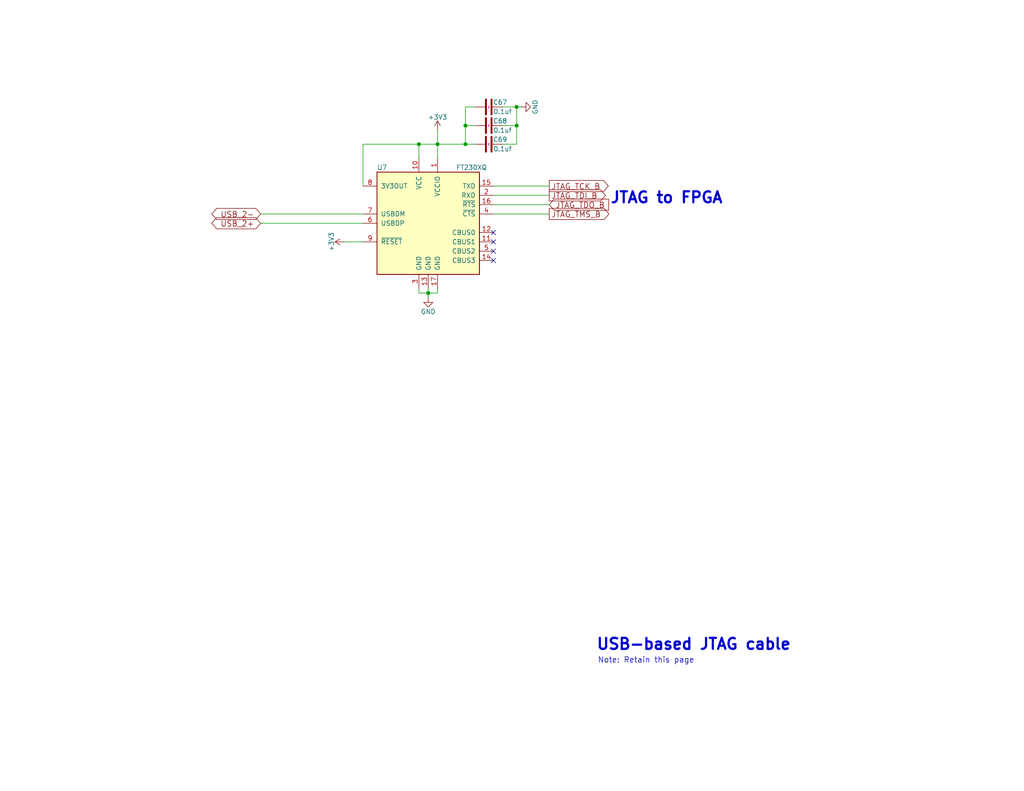
<source format=kicad_sch>
(kicad_sch
	(version 20250114)
	(generator "eeschema")
	(generator_version "9.0")
	(uuid "ae3da65b-d51e-4e4f-8285-da337f36b19f")
	(paper "A")
	(title_block
		(title "hFPGA")
		(date "2025-09-16")
		(rev "D")
		(company "Ethan Yang (github.com/ethanyangtaco115) & Stanely Wang")
		(comment 1 "A modification of the PicoEVB (github.com/RHSResearchLLC/PicoEVB)")
		(comment 2 "An expansion")
	)
	(lib_symbols
		(symbol "+3V3_1"
			(power)
			(pin_names
				(offset 0)
			)
			(exclude_from_sim no)
			(in_bom yes)
			(on_board yes)
			(property "Reference" "#PWR"
				(at 0 -3.81 0)
				(effects
					(font
						(size 1.27 1.27)
					)
					(hide yes)
				)
			)
			(property "Value" "+3V3"
				(at 0 3.556 0)
				(effects
					(font
						(size 1.27 1.27)
					)
				)
			)
			(property "Footprint" ""
				(at 0 0 0)
				(effects
					(font
						(size 1.27 1.27)
					)
					(hide yes)
				)
			)
			(property "Datasheet" ""
				(at 0 0 0)
				(effects
					(font
						(size 1.27 1.27)
					)
					(hide yes)
				)
			)
			(property "Description" ""
				(at 0 0 0)
				(effects
					(font
						(size 1.27 1.27)
					)
					(hide yes)
				)
			)
			(property "Field5" ""
				(at 0 0 0)
				(effects
					(font
						(size 1.27 1.27)
					)
					(hide yes)
				)
			)
			(symbol "+3V3_1_0_1"
				(polyline
					(pts
						(xy -0.762 1.27) (xy 0 2.54)
					)
					(stroke
						(width 0)
						(type solid)
					)
					(fill
						(type none)
					)
				)
				(polyline
					(pts
						(xy 0 2.54) (xy 0.762 1.27)
					)
					(stroke
						(width 0)
						(type solid)
					)
					(fill
						(type none)
					)
				)
				(polyline
					(pts
						(xy 0 0) (xy 0 2.54)
					)
					(stroke
						(width 0)
						(type solid)
					)
					(fill
						(type none)
					)
				)
			)
			(symbol "+3V3_1_1_1"
				(pin power_in line
					(at 0 0 90)
					(length 0)
					(hide yes)
					(name "+3V3"
						(effects
							(font
								(size 1.27 1.27)
							)
						)
					)
					(number "1"
						(effects
							(font
								(size 1.27 1.27)
							)
						)
					)
				)
			)
			(embedded_fonts no)
		)
		(symbol "+3V3_2"
			(power)
			(pin_names
				(offset 0)
			)
			(exclude_from_sim no)
			(in_bom yes)
			(on_board yes)
			(property "Reference" "#PWR"
				(at 0 -3.81 0)
				(effects
					(font
						(size 1.27 1.27)
					)
					(hide yes)
				)
			)
			(property "Value" "+3V3"
				(at 0 3.556 0)
				(effects
					(font
						(size 1.27 1.27)
					)
				)
			)
			(property "Footprint" ""
				(at 0 0 0)
				(effects
					(font
						(size 1.27 1.27)
					)
					(hide yes)
				)
			)
			(property "Datasheet" ""
				(at 0 0 0)
				(effects
					(font
						(size 1.27 1.27)
					)
					(hide yes)
				)
			)
			(property "Description" ""
				(at 0 0 0)
				(effects
					(font
						(size 1.27 1.27)
					)
					(hide yes)
				)
			)
			(property "Field5" ""
				(at 0 0 0)
				(effects
					(font
						(size 1.27 1.27)
					)
					(hide yes)
				)
			)
			(symbol "+3V3_2_0_1"
				(polyline
					(pts
						(xy -0.762 1.27) (xy 0 2.54)
					)
					(stroke
						(width 0)
						(type solid)
					)
					(fill
						(type none)
					)
				)
				(polyline
					(pts
						(xy 0 2.54) (xy 0.762 1.27)
					)
					(stroke
						(width 0)
						(type solid)
					)
					(fill
						(type none)
					)
				)
				(polyline
					(pts
						(xy 0 0) (xy 0 2.54)
					)
					(stroke
						(width 0)
						(type solid)
					)
					(fill
						(type none)
					)
				)
			)
			(symbol "+3V3_2_1_1"
				(pin power_in line
					(at 0 0 90)
					(length 0)
					(hide yes)
					(name "+3V3"
						(effects
							(font
								(size 1.27 1.27)
							)
						)
					)
					(number "1"
						(effects
							(font
								(size 1.27 1.27)
							)
						)
					)
				)
			)
			(embedded_fonts no)
		)
		(symbol "+3V3_3"
			(power)
			(pin_names
				(offset 0)
			)
			(exclude_from_sim no)
			(in_bom yes)
			(on_board yes)
			(property "Reference" "#PWR"
				(at 0 -3.81 0)
				(effects
					(font
						(size 1.27 1.27)
					)
					(hide yes)
				)
			)
			(property "Value" "+3V3"
				(at 0 3.556 0)
				(effects
					(font
						(size 1.27 1.27)
					)
				)
			)
			(property "Footprint" ""
				(at 0 0 0)
				(effects
					(font
						(size 1.27 1.27)
					)
					(hide yes)
				)
			)
			(property "Datasheet" ""
				(at 0 0 0)
				(effects
					(font
						(size 1.27 1.27)
					)
					(hide yes)
				)
			)
			(property "Description" ""
				(at 0 0 0)
				(effects
					(font
						(size 1.27 1.27)
					)
					(hide yes)
				)
			)
			(property "Field5" ""
				(at 0 0 0)
				(effects
					(font
						(size 1.27 1.27)
					)
					(hide yes)
				)
			)
			(symbol "+3V3_3_0_1"
				(polyline
					(pts
						(xy -0.762 1.27) (xy 0 2.54)
					)
					(stroke
						(width 0)
						(type solid)
					)
					(fill
						(type none)
					)
				)
				(polyline
					(pts
						(xy 0 2.54) (xy 0.762 1.27)
					)
					(stroke
						(width 0)
						(type solid)
					)
					(fill
						(type none)
					)
				)
				(polyline
					(pts
						(xy 0 0) (xy 0 2.54)
					)
					(stroke
						(width 0)
						(type solid)
					)
					(fill
						(type none)
					)
				)
			)
			(symbol "+3V3_3_1_1"
				(pin power_in line
					(at 0 0 90)
					(length 0)
					(hide yes)
					(name "+3V3"
						(effects
							(font
								(size 1.27 1.27)
							)
						)
					)
					(number "1"
						(effects
							(font
								(size 1.27 1.27)
							)
						)
					)
				)
			)
			(embedded_fonts no)
		)
		(symbol "+3V3_4"
			(power)
			(pin_names
				(offset 0)
			)
			(exclude_from_sim no)
			(in_bom yes)
			(on_board yes)
			(property "Reference" "#PWR"
				(at 0 -3.81 0)
				(effects
					(font
						(size 1.27 1.27)
					)
					(hide yes)
				)
			)
			(property "Value" "+3V3"
				(at 0 3.556 0)
				(effects
					(font
						(size 1.27 1.27)
					)
				)
			)
			(property "Footprint" ""
				(at 0 0 0)
				(effects
					(font
						(size 1.27 1.27)
					)
					(hide yes)
				)
			)
			(property "Datasheet" ""
				(at 0 0 0)
				(effects
					(font
						(size 1.27 1.27)
					)
					(hide yes)
				)
			)
			(property "Description" ""
				(at 0 0 0)
				(effects
					(font
						(size 1.27 1.27)
					)
					(hide yes)
				)
			)
			(property "Field5" ""
				(at 0 0 0)
				(effects
					(font
						(size 1.27 1.27)
					)
					(hide yes)
				)
			)
			(symbol "+3V3_4_0_1"
				(polyline
					(pts
						(xy -0.762 1.27) (xy 0 2.54)
					)
					(stroke
						(width 0)
						(type solid)
					)
					(fill
						(type none)
					)
				)
				(polyline
					(pts
						(xy 0 2.54) (xy 0.762 1.27)
					)
					(stroke
						(width 0)
						(type solid)
					)
					(fill
						(type none)
					)
				)
				(polyline
					(pts
						(xy 0 0) (xy 0 2.54)
					)
					(stroke
						(width 0)
						(type solid)
					)
					(fill
						(type none)
					)
				)
			)
			(symbol "+3V3_4_1_1"
				(pin power_in line
					(at 0 0 90)
					(length 0)
					(hide yes)
					(name "+3V3"
						(effects
							(font
								(size 1.27 1.27)
							)
						)
					)
					(number "1"
						(effects
							(font
								(size 1.27 1.27)
							)
						)
					)
				)
			)
			(embedded_fonts no)
		)
		(symbol "C_1"
			(pin_numbers
				(hide yes)
			)
			(pin_names
				(offset 0.254)
			)
			(exclude_from_sim no)
			(in_bom yes)
			(on_board yes)
			(property "Reference" "C"
				(at 0.635 2.54 0)
				(effects
					(font
						(size 1.27 1.27)
					)
					(justify left)
				)
			)
			(property "Value" "C"
				(at 0.635 -2.54 0)
				(effects
					(font
						(size 1.27 1.27)
					)
					(justify left)
				)
			)
			(property "Footprint" ""
				(at 0.9652 -3.81 0)
				(effects
					(font
						(size 1.27 1.27)
					)
					(hide yes)
				)
			)
			(property "Datasheet" ""
				(at 0 0 0)
				(effects
					(font
						(size 1.27 1.27)
					)
					(hide yes)
				)
			)
			(property "Description" ""
				(at 0 0 0)
				(effects
					(font
						(size 1.27 1.27)
					)
					(hide yes)
				)
			)
			(property "Field5" ""
				(at 0 0 0)
				(effects
					(font
						(size 1.27 1.27)
					)
					(hide yes)
				)
			)
			(property "ki_fp_filters" "C_*"
				(at 0 0 0)
				(effects
					(font
						(size 1.27 1.27)
					)
					(hide yes)
				)
			)
			(symbol "C_1_0_1"
				(polyline
					(pts
						(xy -2.032 0.762) (xy 2.032 0.762)
					)
					(stroke
						(width 0.508)
						(type solid)
					)
					(fill
						(type none)
					)
				)
				(polyline
					(pts
						(xy -2.032 -0.762) (xy 2.032 -0.762)
					)
					(stroke
						(width 0.508)
						(type solid)
					)
					(fill
						(type none)
					)
				)
			)
			(symbol "C_1_1_1"
				(pin passive line
					(at 0 3.81 270)
					(length 2.794)
					(name "~"
						(effects
							(font
								(size 1.27 1.27)
							)
						)
					)
					(number "1"
						(effects
							(font
								(size 1.27 1.27)
							)
						)
					)
				)
				(pin passive line
					(at 0 -3.81 90)
					(length 2.794)
					(name "~"
						(effects
							(font
								(size 1.27 1.27)
							)
						)
					)
					(number "2"
						(effects
							(font
								(size 1.27 1.27)
							)
						)
					)
				)
			)
			(embedded_fonts no)
		)
		(symbol "C_2"
			(pin_numbers
				(hide yes)
			)
			(pin_names
				(offset 0.254)
			)
			(exclude_from_sim no)
			(in_bom yes)
			(on_board yes)
			(property "Reference" "C"
				(at 0.635 2.54 0)
				(effects
					(font
						(size 1.27 1.27)
					)
					(justify left)
				)
			)
			(property "Value" "C"
				(at 0.635 -2.54 0)
				(effects
					(font
						(size 1.27 1.27)
					)
					(justify left)
				)
			)
			(property "Footprint" ""
				(at 0.9652 -3.81 0)
				(effects
					(font
						(size 1.27 1.27)
					)
					(hide yes)
				)
			)
			(property "Datasheet" ""
				(at 0 0 0)
				(effects
					(font
						(size 1.27 1.27)
					)
					(hide yes)
				)
			)
			(property "Description" ""
				(at 0 0 0)
				(effects
					(font
						(size 1.27 1.27)
					)
					(hide yes)
				)
			)
			(property "Field5" ""
				(at 0 0 0)
				(effects
					(font
						(size 1.27 1.27)
					)
					(hide yes)
				)
			)
			(property "ki_fp_filters" "C_*"
				(at 0 0 0)
				(effects
					(font
						(size 1.27 1.27)
					)
					(hide yes)
				)
			)
			(symbol "C_2_0_1"
				(polyline
					(pts
						(xy -2.032 0.762) (xy 2.032 0.762)
					)
					(stroke
						(width 0.508)
						(type solid)
					)
					(fill
						(type none)
					)
				)
				(polyline
					(pts
						(xy -2.032 -0.762) (xy 2.032 -0.762)
					)
					(stroke
						(width 0.508)
						(type solid)
					)
					(fill
						(type none)
					)
				)
			)
			(symbol "C_2_1_1"
				(pin passive line
					(at 0 3.81 270)
					(length 2.794)
					(name "~"
						(effects
							(font
								(size 1.27 1.27)
							)
						)
					)
					(number "1"
						(effects
							(font
								(size 1.27 1.27)
							)
						)
					)
				)
				(pin passive line
					(at 0 -3.81 90)
					(length 2.794)
					(name "~"
						(effects
							(font
								(size 1.27 1.27)
							)
						)
					)
					(number "2"
						(effects
							(font
								(size 1.27 1.27)
							)
						)
					)
				)
			)
			(embedded_fonts no)
		)
		(symbol "C_3"
			(pin_numbers
				(hide yes)
			)
			(pin_names
				(offset 0.254)
			)
			(exclude_from_sim no)
			(in_bom yes)
			(on_board yes)
			(property "Reference" "C"
				(at 0.635 2.54 0)
				(effects
					(font
						(size 1.27 1.27)
					)
					(justify left)
				)
			)
			(property "Value" "C"
				(at 0.635 -2.54 0)
				(effects
					(font
						(size 1.27 1.27)
					)
					(justify left)
				)
			)
			(property "Footprint" ""
				(at 0.9652 -3.81 0)
				(effects
					(font
						(size 1.27 1.27)
					)
					(hide yes)
				)
			)
			(property "Datasheet" ""
				(at 0 0 0)
				(effects
					(font
						(size 1.27 1.27)
					)
					(hide yes)
				)
			)
			(property "Description" ""
				(at 0 0 0)
				(effects
					(font
						(size 1.27 1.27)
					)
					(hide yes)
				)
			)
			(property "Field5" ""
				(at 0 0 0)
				(effects
					(font
						(size 1.27 1.27)
					)
					(hide yes)
				)
			)
			(property "ki_fp_filters" "C_*"
				(at 0 0 0)
				(effects
					(font
						(size 1.27 1.27)
					)
					(hide yes)
				)
			)
			(symbol "C_3_0_1"
				(polyline
					(pts
						(xy -2.032 0.762) (xy 2.032 0.762)
					)
					(stroke
						(width 0.508)
						(type solid)
					)
					(fill
						(type none)
					)
				)
				(polyline
					(pts
						(xy -2.032 -0.762) (xy 2.032 -0.762)
					)
					(stroke
						(width 0.508)
						(type solid)
					)
					(fill
						(type none)
					)
				)
			)
			(symbol "C_3_1_1"
				(pin passive line
					(at 0 3.81 270)
					(length 2.794)
					(name "~"
						(effects
							(font
								(size 1.27 1.27)
							)
						)
					)
					(number "1"
						(effects
							(font
								(size 1.27 1.27)
							)
						)
					)
				)
				(pin passive line
					(at 0 -3.81 90)
					(length 2.794)
					(name "~"
						(effects
							(font
								(size 1.27 1.27)
							)
						)
					)
					(number "2"
						(effects
							(font
								(size 1.27 1.27)
							)
						)
					)
				)
			)
			(embedded_fonts no)
		)
		(symbol "C_4"
			(pin_numbers
				(hide yes)
			)
			(pin_names
				(offset 0.254)
			)
			(exclude_from_sim no)
			(in_bom yes)
			(on_board yes)
			(property "Reference" "C"
				(at 0.635 2.54 0)
				(effects
					(font
						(size 1.27 1.27)
					)
					(justify left)
				)
			)
			(property "Value" "C"
				(at 0.635 -2.54 0)
				(effects
					(font
						(size 1.27 1.27)
					)
					(justify left)
				)
			)
			(property "Footprint" ""
				(at 0.9652 -3.81 0)
				(effects
					(font
						(size 1.27 1.27)
					)
					(hide yes)
				)
			)
			(property "Datasheet" ""
				(at 0 0 0)
				(effects
					(font
						(size 1.27 1.27)
					)
					(hide yes)
				)
			)
			(property "Description" ""
				(at 0 0 0)
				(effects
					(font
						(size 1.27 1.27)
					)
					(hide yes)
				)
			)
			(property "Field5" ""
				(at 0 0 0)
				(effects
					(font
						(size 1.27 1.27)
					)
					(hide yes)
				)
			)
			(property "ki_fp_filters" "C_*"
				(at 0 0 0)
				(effects
					(font
						(size 1.27 1.27)
					)
					(hide yes)
				)
			)
			(symbol "C_4_0_1"
				(polyline
					(pts
						(xy -2.032 0.762) (xy 2.032 0.762)
					)
					(stroke
						(width 0.508)
						(type solid)
					)
					(fill
						(type none)
					)
				)
				(polyline
					(pts
						(xy -2.032 -0.762) (xy 2.032 -0.762)
					)
					(stroke
						(width 0.508)
						(type solid)
					)
					(fill
						(type none)
					)
				)
			)
			(symbol "C_4_1_1"
				(pin passive line
					(at 0 3.81 270)
					(length 2.794)
					(name "~"
						(effects
							(font
								(size 1.27 1.27)
							)
						)
					)
					(number "1"
						(effects
							(font
								(size 1.27 1.27)
							)
						)
					)
				)
				(pin passive line
					(at 0 -3.81 90)
					(length 2.794)
					(name "~"
						(effects
							(font
								(size 1.27 1.27)
							)
						)
					)
					(number "2"
						(effects
							(font
								(size 1.27 1.27)
							)
						)
					)
				)
			)
			(embedded_fonts no)
		)
		(symbol "C_5"
			(pin_numbers
				(hide yes)
			)
			(pin_names
				(offset 0.254)
			)
			(exclude_from_sim no)
			(in_bom yes)
			(on_board yes)
			(property "Reference" "C"
				(at 0.635 2.54 0)
				(effects
					(font
						(size 1.27 1.27)
					)
					(justify left)
				)
			)
			(property "Value" "C"
				(at 0.635 -2.54 0)
				(effects
					(font
						(size 1.27 1.27)
					)
					(justify left)
				)
			)
			(property "Footprint" ""
				(at 0.9652 -3.81 0)
				(effects
					(font
						(size 1.27 1.27)
					)
					(hide yes)
				)
			)
			(property "Datasheet" ""
				(at 0 0 0)
				(effects
					(font
						(size 1.27 1.27)
					)
					(hide yes)
				)
			)
			(property "Description" ""
				(at 0 0 0)
				(effects
					(font
						(size 1.27 1.27)
					)
					(hide yes)
				)
			)
			(property "Field5" ""
				(at 0 0 0)
				(effects
					(font
						(size 1.27 1.27)
					)
					(hide yes)
				)
			)
			(property "ki_fp_filters" "C_*"
				(at 0 0 0)
				(effects
					(font
						(size 1.27 1.27)
					)
					(hide yes)
				)
			)
			(symbol "C_5_0_1"
				(polyline
					(pts
						(xy -2.032 0.762) (xy 2.032 0.762)
					)
					(stroke
						(width 0.508)
						(type solid)
					)
					(fill
						(type none)
					)
				)
				(polyline
					(pts
						(xy -2.032 -0.762) (xy 2.032 -0.762)
					)
					(stroke
						(width 0.508)
						(type solid)
					)
					(fill
						(type none)
					)
				)
			)
			(symbol "C_5_1_1"
				(pin passive line
					(at 0 3.81 270)
					(length 2.794)
					(name "~"
						(effects
							(font
								(size 1.27 1.27)
							)
						)
					)
					(number "1"
						(effects
							(font
								(size 1.27 1.27)
							)
						)
					)
				)
				(pin passive line
					(at 0 -3.81 90)
					(length 2.794)
					(name "~"
						(effects
							(font
								(size 1.27 1.27)
							)
						)
					)
					(number "2"
						(effects
							(font
								(size 1.27 1.27)
							)
						)
					)
				)
			)
			(embedded_fonts no)
		)
		(symbol "C_6"
			(pin_numbers
				(hide yes)
			)
			(pin_names
				(offset 0.254)
			)
			(exclude_from_sim no)
			(in_bom yes)
			(on_board yes)
			(property "Reference" "C"
				(at 0.635 2.54 0)
				(effects
					(font
						(size 1.27 1.27)
					)
					(justify left)
				)
			)
			(property "Value" "C"
				(at 0.635 -2.54 0)
				(effects
					(font
						(size 1.27 1.27)
					)
					(justify left)
				)
			)
			(property "Footprint" ""
				(at 0.9652 -3.81 0)
				(effects
					(font
						(size 1.27 1.27)
					)
					(hide yes)
				)
			)
			(property "Datasheet" ""
				(at 0 0 0)
				(effects
					(font
						(size 1.27 1.27)
					)
					(hide yes)
				)
			)
			(property "Description" ""
				(at 0 0 0)
				(effects
					(font
						(size 1.27 1.27)
					)
					(hide yes)
				)
			)
			(property "Field5" ""
				(at 0 0 0)
				(effects
					(font
						(size 1.27 1.27)
					)
					(hide yes)
				)
			)
			(property "ki_fp_filters" "C_*"
				(at 0 0 0)
				(effects
					(font
						(size 1.27 1.27)
					)
					(hide yes)
				)
			)
			(symbol "C_6_0_1"
				(polyline
					(pts
						(xy -2.032 0.762) (xy 2.032 0.762)
					)
					(stroke
						(width 0.508)
						(type solid)
					)
					(fill
						(type none)
					)
				)
				(polyline
					(pts
						(xy -2.032 -0.762) (xy 2.032 -0.762)
					)
					(stroke
						(width 0.508)
						(type solid)
					)
					(fill
						(type none)
					)
				)
			)
			(symbol "C_6_1_1"
				(pin passive line
					(at 0 3.81 270)
					(length 2.794)
					(name "~"
						(effects
							(font
								(size 1.27 1.27)
							)
						)
					)
					(number "1"
						(effects
							(font
								(size 1.27 1.27)
							)
						)
					)
				)
				(pin passive line
					(at 0 -3.81 90)
					(length 2.794)
					(name "~"
						(effects
							(font
								(size 1.27 1.27)
							)
						)
					)
					(number "2"
						(effects
							(font
								(size 1.27 1.27)
							)
						)
					)
				)
			)
			(embedded_fonts no)
		)
		(symbol "FT230XQ_1"
			(pin_names
				(offset 1.016)
			)
			(exclude_from_sim no)
			(in_bom yes)
			(on_board yes)
			(property "Reference" "U"
				(at -13.97 15.24 0)
				(effects
					(font
						(size 1.27 1.27)
					)
					(justify left)
				)
			)
			(property "Value" "FT230XQ"
				(at 7.62 15.24 0)
				(effects
					(font
						(size 1.27 1.27)
					)
					(justify left)
				)
			)
			(property "Footprint" "QFN-16"
				(at 0 0 0)
				(effects
					(font
						(size 1.27 1.27)
					)
					(hide yes)
				)
			)
			(property "Datasheet" ""
				(at 0 0 0)
				(effects
					(font
						(size 1.27 1.27)
					)
					(hide yes)
				)
			)
			(property "Description" ""
				(at 0 0 0)
				(effects
					(font
						(size 1.27 1.27)
					)
					(hide yes)
				)
			)
			(property "Field5" ""
				(at 0 0 0)
				(effects
					(font
						(size 1.27 1.27)
					)
					(hide yes)
				)
			)
			(property "ki_fp_filters" "QFN*"
				(at 0 0 0)
				(effects
					(font
						(size 1.27 1.27)
					)
					(hide yes)
				)
			)
			(symbol "FT230XQ_1_0_1"
				(rectangle
					(start -13.97 13.97)
					(end 13.97 -13.97)
					(stroke
						(width 0.254)
						(type solid)
					)
					(fill
						(type background)
					)
				)
			)
			(symbol "FT230XQ_1_1_1"
				(pin power_out line
					(at -17.78 10.16 0)
					(length 3.81)
					(name "3V3OUT"
						(effects
							(font
								(size 1.27 1.27)
							)
						)
					)
					(number "8"
						(effects
							(font
								(size 1.27 1.27)
							)
						)
					)
				)
				(pin bidirectional line
					(at -17.78 2.54 0)
					(length 3.81)
					(name "USBDM"
						(effects
							(font
								(size 1.27 1.27)
							)
						)
					)
					(number "7"
						(effects
							(font
								(size 1.27 1.27)
							)
						)
					)
				)
				(pin bidirectional line
					(at -17.78 0 0)
					(length 3.81)
					(name "USBDP"
						(effects
							(font
								(size 1.27 1.27)
							)
						)
					)
					(number "6"
						(effects
							(font
								(size 1.27 1.27)
							)
						)
					)
				)
				(pin input line
					(at -17.78 -5.08 0)
					(length 3.81)
					(name "~{RESET}"
						(effects
							(font
								(size 1.27 1.27)
							)
						)
					)
					(number "9"
						(effects
							(font
								(size 1.27 1.27)
							)
						)
					)
				)
				(pin power_in line
					(at -2.54 17.78 270)
					(length 3.81)
					(name "VCC"
						(effects
							(font
								(size 1.27 1.27)
							)
						)
					)
					(number "10"
						(effects
							(font
								(size 1.27 1.27)
							)
						)
					)
				)
				(pin power_in line
					(at -2.54 -17.78 90)
					(length 3.81)
					(name "GND"
						(effects
							(font
								(size 1.27 1.27)
							)
						)
					)
					(number "3"
						(effects
							(font
								(size 1.27 1.27)
							)
						)
					)
				)
				(pin power_in line
					(at 0 -17.78 90)
					(length 3.81)
					(name "GND"
						(effects
							(font
								(size 1.27 1.27)
							)
						)
					)
					(number "13"
						(effects
							(font
								(size 1.27 1.27)
							)
						)
					)
				)
				(pin power_in line
					(at 2.54 17.78 270)
					(length 3.81)
					(name "VCCIO"
						(effects
							(font
								(size 1.27 1.27)
							)
						)
					)
					(number "1"
						(effects
							(font
								(size 1.27 1.27)
							)
						)
					)
				)
				(pin power_in line
					(at 2.54 -17.78 90)
					(length 3.81)
					(name "GND"
						(effects
							(font
								(size 1.27 1.27)
							)
						)
					)
					(number "17"
						(effects
							(font
								(size 1.27 1.27)
							)
						)
					)
				)
				(pin output line
					(at 17.78 10.16 180)
					(length 3.81)
					(name "TXD"
						(effects
							(font
								(size 1.27 1.27)
							)
						)
					)
					(number "15"
						(effects
							(font
								(size 1.27 1.27)
							)
						)
					)
				)
				(pin input line
					(at 17.78 7.62 180)
					(length 3.81)
					(name "RXD"
						(effects
							(font
								(size 1.27 1.27)
							)
						)
					)
					(number "2"
						(effects
							(font
								(size 1.27 1.27)
							)
						)
					)
				)
				(pin input line
					(at 17.78 5.08 180)
					(length 3.81)
					(name "~{RTS}"
						(effects
							(font
								(size 1.27 1.27)
							)
						)
					)
					(number "16"
						(effects
							(font
								(size 1.27 1.27)
							)
						)
					)
				)
				(pin input line
					(at 17.78 2.54 180)
					(length 3.81)
					(name "~{CTS}"
						(effects
							(font
								(size 1.27 1.27)
							)
						)
					)
					(number "4"
						(effects
							(font
								(size 1.27 1.27)
							)
						)
					)
				)
				(pin bidirectional line
					(at 17.78 -2.54 180)
					(length 3.81)
					(name "CBUS0"
						(effects
							(font
								(size 1.27 1.27)
							)
						)
					)
					(number "12"
						(effects
							(font
								(size 1.27 1.27)
							)
						)
					)
				)
				(pin bidirectional line
					(at 17.78 -5.08 180)
					(length 3.81)
					(name "CBUS1"
						(effects
							(font
								(size 1.27 1.27)
							)
						)
					)
					(number "11"
						(effects
							(font
								(size 1.27 1.27)
							)
						)
					)
				)
				(pin bidirectional line
					(at 17.78 -7.62 180)
					(length 3.81)
					(name "CBUS2"
						(effects
							(font
								(size 1.27 1.27)
							)
						)
					)
					(number "5"
						(effects
							(font
								(size 1.27 1.27)
							)
						)
					)
				)
				(pin bidirectional line
					(at 17.78 -10.16 180)
					(length 3.81)
					(name "CBUS3"
						(effects
							(font
								(size 1.27 1.27)
							)
						)
					)
					(number "14"
						(effects
							(font
								(size 1.27 1.27)
							)
						)
					)
				)
			)
			(embedded_fonts no)
		)
		(symbol "FT230XQ_2"
			(pin_names
				(offset 1.016)
			)
			(exclude_from_sim no)
			(in_bom yes)
			(on_board yes)
			(property "Reference" "U"
				(at -13.97 15.24 0)
				(effects
					(font
						(size 1.27 1.27)
					)
					(justify left)
				)
			)
			(property "Value" "FT230XQ"
				(at 7.62 15.24 0)
				(effects
					(font
						(size 1.27 1.27)
					)
					(justify left)
				)
			)
			(property "Footprint" "QFN-16"
				(at 0 0 0)
				(effects
					(font
						(size 1.27 1.27)
					)
					(hide yes)
				)
			)
			(property "Datasheet" ""
				(at 0 0 0)
				(effects
					(font
						(size 1.27 1.27)
					)
					(hide yes)
				)
			)
			(property "Description" ""
				(at 0 0 0)
				(effects
					(font
						(size 1.27 1.27)
					)
					(hide yes)
				)
			)
			(property "Field5" ""
				(at 0 0 0)
				(effects
					(font
						(size 1.27 1.27)
					)
					(hide yes)
				)
			)
			(property "ki_fp_filters" "QFN*"
				(at 0 0 0)
				(effects
					(font
						(size 1.27 1.27)
					)
					(hide yes)
				)
			)
			(symbol "FT230XQ_2_0_1"
				(rectangle
					(start -13.97 13.97)
					(end 13.97 -13.97)
					(stroke
						(width 0.254)
						(type solid)
					)
					(fill
						(type background)
					)
				)
			)
			(symbol "FT230XQ_2_1_1"
				(pin power_out line
					(at -17.78 10.16 0)
					(length 3.81)
					(name "3V3OUT"
						(effects
							(font
								(size 1.27 1.27)
							)
						)
					)
					(number "8"
						(effects
							(font
								(size 1.27 1.27)
							)
						)
					)
				)
				(pin bidirectional line
					(at -17.78 2.54 0)
					(length 3.81)
					(name "USBDM"
						(effects
							(font
								(size 1.27 1.27)
							)
						)
					)
					(number "7"
						(effects
							(font
								(size 1.27 1.27)
							)
						)
					)
				)
				(pin bidirectional line
					(at -17.78 0 0)
					(length 3.81)
					(name "USBDP"
						(effects
							(font
								(size 1.27 1.27)
							)
						)
					)
					(number "6"
						(effects
							(font
								(size 1.27 1.27)
							)
						)
					)
				)
				(pin input line
					(at -17.78 -5.08 0)
					(length 3.81)
					(name "~{RESET}"
						(effects
							(font
								(size 1.27 1.27)
							)
						)
					)
					(number "9"
						(effects
							(font
								(size 1.27 1.27)
							)
						)
					)
				)
				(pin power_in line
					(at -2.54 17.78 270)
					(length 3.81)
					(name "VCC"
						(effects
							(font
								(size 1.27 1.27)
							)
						)
					)
					(number "10"
						(effects
							(font
								(size 1.27 1.27)
							)
						)
					)
				)
				(pin power_in line
					(at -2.54 -17.78 90)
					(length 3.81)
					(name "GND"
						(effects
							(font
								(size 1.27 1.27)
							)
						)
					)
					(number "3"
						(effects
							(font
								(size 1.27 1.27)
							)
						)
					)
				)
				(pin power_in line
					(at 0 -17.78 90)
					(length 3.81)
					(name "GND"
						(effects
							(font
								(size 1.27 1.27)
							)
						)
					)
					(number "13"
						(effects
							(font
								(size 1.27 1.27)
							)
						)
					)
				)
				(pin power_in line
					(at 2.54 17.78 270)
					(length 3.81)
					(name "VCCIO"
						(effects
							(font
								(size 1.27 1.27)
							)
						)
					)
					(number "1"
						(effects
							(font
								(size 1.27 1.27)
							)
						)
					)
				)
				(pin power_in line
					(at 2.54 -17.78 90)
					(length 3.81)
					(name "GND"
						(effects
							(font
								(size 1.27 1.27)
							)
						)
					)
					(number "17"
						(effects
							(font
								(size 1.27 1.27)
							)
						)
					)
				)
				(pin output line
					(at 17.78 10.16 180)
					(length 3.81)
					(name "TXD"
						(effects
							(font
								(size 1.27 1.27)
							)
						)
					)
					(number "15"
						(effects
							(font
								(size 1.27 1.27)
							)
						)
					)
				)
				(pin input line
					(at 17.78 7.62 180)
					(length 3.81)
					(name "RXD"
						(effects
							(font
								(size 1.27 1.27)
							)
						)
					)
					(number "2"
						(effects
							(font
								(size 1.27 1.27)
							)
						)
					)
				)
				(pin input line
					(at 17.78 5.08 180)
					(length 3.81)
					(name "~{RTS}"
						(effects
							(font
								(size 1.27 1.27)
							)
						)
					)
					(number "16"
						(effects
							(font
								(size 1.27 1.27)
							)
						)
					)
				)
				(pin input line
					(at 17.78 2.54 180)
					(length 3.81)
					(name "~{CTS}"
						(effects
							(font
								(size 1.27 1.27)
							)
						)
					)
					(number "4"
						(effects
							(font
								(size 1.27 1.27)
							)
						)
					)
				)
				(pin bidirectional line
					(at 17.78 -2.54 180)
					(length 3.81)
					(name "CBUS0"
						(effects
							(font
								(size 1.27 1.27)
							)
						)
					)
					(number "12"
						(effects
							(font
								(size 1.27 1.27)
							)
						)
					)
				)
				(pin bidirectional line
					(at 17.78 -5.08 180)
					(length 3.81)
					(name "CBUS1"
						(effects
							(font
								(size 1.27 1.27)
							)
						)
					)
					(number "11"
						(effects
							(font
								(size 1.27 1.27)
							)
						)
					)
				)
				(pin bidirectional line
					(at 17.78 -7.62 180)
					(length 3.81)
					(name "CBUS2"
						(effects
							(font
								(size 1.27 1.27)
							)
						)
					)
					(number "5"
						(effects
							(font
								(size 1.27 1.27)
							)
						)
					)
				)
				(pin bidirectional line
					(at 17.78 -10.16 180)
					(length 3.81)
					(name "CBUS3"
						(effects
							(font
								(size 1.27 1.27)
							)
						)
					)
					(number "14"
						(effects
							(font
								(size 1.27 1.27)
							)
						)
					)
				)
			)
			(embedded_fonts no)
		)
		(symbol "GND_1"
			(power)
			(pin_names
				(offset 0)
			)
			(exclude_from_sim no)
			(in_bom yes)
			(on_board yes)
			(property "Reference" "#PWR"
				(at 0 -6.35 0)
				(effects
					(font
						(size 1.27 1.27)
					)
					(hide yes)
				)
			)
			(property "Value" "GND"
				(at 0 -3.81 0)
				(effects
					(font
						(size 1.27 1.27)
					)
				)
			)
			(property "Footprint" ""
				(at 0 0 0)
				(effects
					(font
						(size 1.27 1.27)
					)
					(hide yes)
				)
			)
			(property "Datasheet" ""
				(at 0 0 0)
				(effects
					(font
						(size 1.27 1.27)
					)
					(hide yes)
				)
			)
			(property "Description" ""
				(at 0 0 0)
				(effects
					(font
						(size 1.27 1.27)
					)
					(hide yes)
				)
			)
			(property "Field5" ""
				(at 0 0 0)
				(effects
					(font
						(size 1.27 1.27)
					)
					(hide yes)
				)
			)
			(symbol "GND_1_0_1"
				(polyline
					(pts
						(xy 0 0) (xy 0 -1.27) (xy 1.27 -1.27) (xy 0 -2.54) (xy -1.27 -1.27) (xy 0 -1.27)
					)
					(stroke
						(width 0)
						(type solid)
					)
					(fill
						(type none)
					)
				)
			)
			(symbol "GND_1_1_1"
				(pin power_in line
					(at 0 0 270)
					(length 0)
					(hide yes)
					(name "GND"
						(effects
							(font
								(size 1.27 1.27)
							)
						)
					)
					(number "1"
						(effects
							(font
								(size 1.27 1.27)
							)
						)
					)
				)
			)
			(embedded_fonts no)
		)
		(symbol "GND_2"
			(power)
			(pin_names
				(offset 0)
			)
			(exclude_from_sim no)
			(in_bom yes)
			(on_board yes)
			(property "Reference" "#PWR"
				(at 0 -6.35 0)
				(effects
					(font
						(size 1.27 1.27)
					)
					(hide yes)
				)
			)
			(property "Value" "GND"
				(at 0 -3.81 0)
				(effects
					(font
						(size 1.27 1.27)
					)
				)
			)
			(property "Footprint" ""
				(at 0 0 0)
				(effects
					(font
						(size 1.27 1.27)
					)
					(hide yes)
				)
			)
			(property "Datasheet" ""
				(at 0 0 0)
				(effects
					(font
						(size 1.27 1.27)
					)
					(hide yes)
				)
			)
			(property "Description" ""
				(at 0 0 0)
				(effects
					(font
						(size 1.27 1.27)
					)
					(hide yes)
				)
			)
			(property "Field5" ""
				(at 0 0 0)
				(effects
					(font
						(size 1.27 1.27)
					)
					(hide yes)
				)
			)
			(symbol "GND_2_0_1"
				(polyline
					(pts
						(xy 0 0) (xy 0 -1.27) (xy 1.27 -1.27) (xy 0 -2.54) (xy -1.27 -1.27) (xy 0 -1.27)
					)
					(stroke
						(width 0)
						(type solid)
					)
					(fill
						(type none)
					)
				)
			)
			(symbol "GND_2_1_1"
				(pin power_in line
					(at 0 0 270)
					(length 0)
					(hide yes)
					(name "GND"
						(effects
							(font
								(size 1.27 1.27)
							)
						)
					)
					(number "1"
						(effects
							(font
								(size 1.27 1.27)
							)
						)
					)
				)
			)
			(embedded_fonts no)
		)
		(symbol "GND_3"
			(power)
			(pin_names
				(offset 0)
			)
			(exclude_from_sim no)
			(in_bom yes)
			(on_board yes)
			(property "Reference" "#PWR"
				(at 0 -6.35 0)
				(effects
					(font
						(size 1.27 1.27)
					)
					(hide yes)
				)
			)
			(property "Value" "GND"
				(at 0 -3.81 0)
				(effects
					(font
						(size 1.27 1.27)
					)
				)
			)
			(property "Footprint" ""
				(at 0 0 0)
				(effects
					(font
						(size 1.27 1.27)
					)
					(hide yes)
				)
			)
			(property "Datasheet" ""
				(at 0 0 0)
				(effects
					(font
						(size 1.27 1.27)
					)
					(hide yes)
				)
			)
			(property "Description" ""
				(at 0 0 0)
				(effects
					(font
						(size 1.27 1.27)
					)
					(hide yes)
				)
			)
			(property "Field5" ""
				(at 0 0 0)
				(effects
					(font
						(size 1.27 1.27)
					)
					(hide yes)
				)
			)
			(symbol "GND_3_0_1"
				(polyline
					(pts
						(xy 0 0) (xy 0 -1.27) (xy 1.27 -1.27) (xy 0 -2.54) (xy -1.27 -1.27) (xy 0 -1.27)
					)
					(stroke
						(width 0)
						(type solid)
					)
					(fill
						(type none)
					)
				)
			)
			(symbol "GND_3_1_1"
				(pin power_in line
					(at 0 0 270)
					(length 0)
					(hide yes)
					(name "GND"
						(effects
							(font
								(size 1.27 1.27)
							)
						)
					)
					(number "1"
						(effects
							(font
								(size 1.27 1.27)
							)
						)
					)
				)
			)
			(embedded_fonts no)
		)
		(symbol "GND_4"
			(power)
			(pin_names
				(offset 0)
			)
			(exclude_from_sim no)
			(in_bom yes)
			(on_board yes)
			(property "Reference" "#PWR"
				(at 0 -6.35 0)
				(effects
					(font
						(size 1.27 1.27)
					)
					(hide yes)
				)
			)
			(property "Value" "GND"
				(at 0 -3.81 0)
				(effects
					(font
						(size 1.27 1.27)
					)
				)
			)
			(property "Footprint" ""
				(at 0 0 0)
				(effects
					(font
						(size 1.27 1.27)
					)
					(hide yes)
				)
			)
			(property "Datasheet" ""
				(at 0 0 0)
				(effects
					(font
						(size 1.27 1.27)
					)
					(hide yes)
				)
			)
			(property "Description" ""
				(at 0 0 0)
				(effects
					(font
						(size 1.27 1.27)
					)
					(hide yes)
				)
			)
			(property "Field5" ""
				(at 0 0 0)
				(effects
					(font
						(size 1.27 1.27)
					)
					(hide yes)
				)
			)
			(symbol "GND_4_0_1"
				(polyline
					(pts
						(xy 0 0) (xy 0 -1.27) (xy 1.27 -1.27) (xy 0 -2.54) (xy -1.27 -1.27) (xy 0 -1.27)
					)
					(stroke
						(width 0)
						(type solid)
					)
					(fill
						(type none)
					)
				)
			)
			(symbol "GND_4_1_1"
				(pin power_in line
					(at 0 0 270)
					(length 0)
					(hide yes)
					(name "GND"
						(effects
							(font
								(size 1.27 1.27)
							)
						)
					)
					(number "1"
						(effects
							(font
								(size 1.27 1.27)
							)
						)
					)
				)
			)
			(embedded_fonts no)
		)
	)
	(text "USB-based JTAG cable "
		(exclude_from_sim no)
		(at 162.56 177.8 0)
		(effects
			(font
				(size 2.9972 2.9972)
				(thickness 0.5994)
				(bold yes)
			)
			(justify left bottom)
		)
		(uuid "1c249120-af5c-458d-bbe9-068b1745b2d4")
	)
	(text "JTAG to FPGA"
		(exclude_from_sim no)
		(at 166.37 55.88 0)
		(effects
			(font
				(size 2.9972 2.9972)
				(thickness 0.5994)
				(bold yes)
			)
			(justify left bottom)
		)
		(uuid "77a694fe-8e7b-4f43-befe-98b342338ee7")
	)
	(text "Note: Retain this page"
		(exclude_from_sim no)
		(at 176.276 180.34 0)
		(effects
			(font
				(size 1.524 1.524)
			)
		)
		(uuid "a45b8753-920d-4340-9056-65ff05dd9e16")
	)
	(junction
		(at 127 34.29)
		(diameter 0)
		(color 0 0 0 0)
		(uuid "15d06585-26ba-4485-8111-245a8db77b12")
	)
	(junction
		(at 116.84 80.01)
		(diameter 0)
		(color 0 0 0 0)
		(uuid "1d3e9dfe-f67c-4ef7-9adf-263e5a6ee712")
	)
	(junction
		(at 140.97 34.29)
		(diameter 0)
		(color 0 0 0 0)
		(uuid "590ed1ff-077c-4666-a547-549d61579046")
	)
	(junction
		(at 127 39.37)
		(diameter 0)
		(color 0 0 0 0)
		(uuid "5ce20c03-ee0f-4a8e-b450-555b99ff600f")
	)
	(junction
		(at 119.38 39.37)
		(diameter 0)
		(color 0 0 0 0)
		(uuid "5e22a602-5193-4482-91ef-f226d7afa490")
	)
	(junction
		(at 114.3 39.37)
		(diameter 0)
		(color 0 0 0 0)
		(uuid "6a093f3b-50d4-45ad-9552-8c2b028fbdb7")
	)
	(junction
		(at 140.97 29.21)
		(diameter 0)
		(color 0 0 0 0)
		(uuid "cfbb3ccd-2f61-481f-ba83-4fe7e658d956")
	)
	(no_connect
		(at 134.62 66.04)
		(uuid "0cef0b6f-7540-4784-bc35-1ae3be36dadb")
	)
	(no_connect
		(at 134.62 71.12)
		(uuid "16e1a405-490b-411c-8407-b97447ed5894")
	)
	(no_connect
		(at 134.62 68.58)
		(uuid "50cfed04-f871-43ee-840f-faced94c58f8")
	)
	(no_connect
		(at 134.62 63.5)
		(uuid "ad537a25-1a99-495c-af7a-11c74bf03ebf")
	)
	(wire
		(pts
			(xy 129.54 34.29) (xy 127 34.29)
		)
		(stroke
			(width 0)
			(type default)
		)
		(uuid "0458b010-8fa0-492e-8c53-73e74e43d0e7")
	)
	(wire
		(pts
			(xy 114.3 80.01) (xy 116.84 80.01)
		)
		(stroke
			(width 0)
			(type default)
		)
		(uuid "3210a82f-d296-4c6e-984e-212e02a33fbe")
	)
	(wire
		(pts
			(xy 119.38 39.37) (xy 127 39.37)
		)
		(stroke
			(width 0)
			(type default)
		)
		(uuid "32340748-388f-461e-b39e-d640c06da75b")
	)
	(wire
		(pts
			(xy 114.3 39.37) (xy 119.38 39.37)
		)
		(stroke
			(width 0)
			(type default)
		)
		(uuid "3c46dcd3-0ca0-4967-b5b7-794c534e22d3")
	)
	(wire
		(pts
			(xy 137.16 34.29) (xy 140.97 34.29)
		)
		(stroke
			(width 0)
			(type default)
		)
		(uuid "44077a80-a755-4585-9dce-3df46adaa3df")
	)
	(wire
		(pts
			(xy 127 29.21) (xy 127 34.29)
		)
		(stroke
			(width 0)
			(type default)
		)
		(uuid "494d9500-0513-44aa-8bc5-ac9d60f4836e")
	)
	(wire
		(pts
			(xy 134.62 53.34) (xy 149.86 53.34)
		)
		(stroke
			(width 0)
			(type default)
		)
		(uuid "52a50a44-18da-4da4-85b8-2153f629cad2")
	)
	(wire
		(pts
			(xy 137.16 29.21) (xy 140.97 29.21)
		)
		(stroke
			(width 0)
			(type default)
		)
		(uuid "569842d1-09ae-431b-9cf6-e94d1a7bb795")
	)
	(wire
		(pts
			(xy 116.84 80.01) (xy 116.84 81.28)
		)
		(stroke
			(width 0)
			(type default)
		)
		(uuid "56efa828-7402-46dc-9c80-b5f322125433")
	)
	(wire
		(pts
			(xy 99.06 39.37) (xy 114.3 39.37)
		)
		(stroke
			(width 0)
			(type default)
		)
		(uuid "62af422b-568b-4cc3-8780-cb86f74d9a11")
	)
	(wire
		(pts
			(xy 140.97 39.37) (xy 137.16 39.37)
		)
		(stroke
			(width 0)
			(type default)
		)
		(uuid "6d132aa8-b6c0-463b-bb88-d5af81f0b280")
	)
	(wire
		(pts
			(xy 119.38 80.01) (xy 119.38 78.74)
		)
		(stroke
			(width 0)
			(type default)
		)
		(uuid "6f9750cf-0ec1-4c10-87f2-2c8bd9241153")
	)
	(wire
		(pts
			(xy 134.62 58.42) (xy 149.86 58.42)
		)
		(stroke
			(width 0)
			(type default)
		)
		(uuid "82f81a55-aec9-4974-9638-4b3977711c8a")
	)
	(wire
		(pts
			(xy 114.3 43.18) (xy 114.3 39.37)
		)
		(stroke
			(width 0)
			(type default)
		)
		(uuid "8abc6ecb-2719-471f-84f4-0e5d4447d88f")
	)
	(wire
		(pts
			(xy 127 34.29) (xy 127 39.37)
		)
		(stroke
			(width 0)
			(type default)
		)
		(uuid "93b3ce17-6ca8-457b-bf5a-34d8ef2ea483")
	)
	(wire
		(pts
			(xy 134.62 55.88) (xy 149.86 55.88)
		)
		(stroke
			(width 0)
			(type default)
		)
		(uuid "962b9035-9bd4-4254-8d77-3c7284eff817")
	)
	(wire
		(pts
			(xy 119.38 35.56) (xy 119.38 39.37)
		)
		(stroke
			(width 0)
			(type default)
		)
		(uuid "978589d9-3cd7-4ff9-b7b0-1d623350ad26")
	)
	(wire
		(pts
			(xy 140.97 29.21) (xy 140.97 34.29)
		)
		(stroke
			(width 0)
			(type default)
		)
		(uuid "9b46039b-de40-4ae2-b2c9-876ea66783bc")
	)
	(wire
		(pts
			(xy 140.97 29.21) (xy 142.24 29.21)
		)
		(stroke
			(width 0)
			(type default)
		)
		(uuid "a2e67c21-d630-450e-bd50-046734fc7bf7")
	)
	(wire
		(pts
			(xy 99.06 60.96) (xy 71.12 60.96)
		)
		(stroke
			(width 0)
			(type default)
		)
		(uuid "afa4fb2e-def2-4579-a1b0-3179186deca3")
	)
	(wire
		(pts
			(xy 129.54 29.21) (xy 127 29.21)
		)
		(stroke
			(width 0)
			(type default)
		)
		(uuid "b3637e2e-9d34-473a-b7f4-f62c023190f6")
	)
	(wire
		(pts
			(xy 116.84 78.74) (xy 116.84 80.01)
		)
		(stroke
			(width 0)
			(type default)
		)
		(uuid "b4119b6e-d62f-4c0f-858f-4fde915631a4")
	)
	(wire
		(pts
			(xy 99.06 50.8) (xy 99.06 39.37)
		)
		(stroke
			(width 0)
			(type default)
		)
		(uuid "baa399eb-e82e-4070-99b1-ce61ebf6c709")
	)
	(wire
		(pts
			(xy 140.97 34.29) (xy 140.97 39.37)
		)
		(stroke
			(width 0)
			(type default)
		)
		(uuid "bc2a8e75-6928-4bbd-9982-011860b1a12b")
	)
	(wire
		(pts
			(xy 116.84 80.01) (xy 119.38 80.01)
		)
		(stroke
			(width 0)
			(type default)
		)
		(uuid "cae5608f-6354-4c2f-ba43-580d6b9882ae")
	)
	(wire
		(pts
			(xy 119.38 39.37) (xy 119.38 43.18)
		)
		(stroke
			(width 0)
			(type default)
		)
		(uuid "d5778034-ed4a-44fc-ae42-40bf1f241f1a")
	)
	(wire
		(pts
			(xy 134.62 50.8) (xy 149.86 50.8)
		)
		(stroke
			(width 0)
			(type default)
		)
		(uuid "eba12a1c-a94d-4449-a4d3-45196f7bf694")
	)
	(wire
		(pts
			(xy 99.06 58.42) (xy 71.12 58.42)
		)
		(stroke
			(width 0)
			(type default)
		)
		(uuid "ee69aa7d-9e53-489f-b392-4863558d7c4b")
	)
	(wire
		(pts
			(xy 114.3 78.74) (xy 114.3 80.01)
		)
		(stroke
			(width 0)
			(type default)
		)
		(uuid "f12188b7-4c4f-48e4-a0d1-da9cb6ace5c8")
	)
	(wire
		(pts
			(xy 99.06 66.04) (xy 93.98 66.04)
		)
		(stroke
			(width 0)
			(type default)
		)
		(uuid "fcce70f1-c8b3-4991-beec-ffa704faea1a")
	)
	(wire
		(pts
			(xy 127 39.37) (xy 129.54 39.37)
		)
		(stroke
			(width 0)
			(type default)
		)
		(uuid "ffae6218-290c-429f-9886-915bd501f230")
	)
	(global_label "USB_2+"
		(shape bidirectional)
		(at 71.12 60.96 180)
		(effects
			(font
				(size 1.524 1.524)
			)
			(justify right)
		)
		(uuid "7a58de3a-d186-46bb-8e37-aed83fc4757e")
		(property "Intersheetrefs" "${INTERSHEET_REFS}"
			(at 71.12 60.96 0)
			(effects
				(font
					(size 1.27 1.27)
				)
				(hide yes)
			)
		)
	)
	(global_label "JTAG_TCK_B"
		(shape output)
		(at 149.86 50.8 0)
		(effects
			(font
				(size 1.524 1.524)
			)
			(justify left)
		)
		(uuid "8af9126a-febd-4e0c-a159-a012f09822fb")
		(property "Intersheetrefs" "${INTERSHEET_REFS}"
			(at 149.86 50.8 0)
			(effects
				(font
					(size 1.27 1.27)
				)
				(hide yes)
			)
		)
	)
	(global_label "JTAG_TMS_B"
		(shape output)
		(at 149.86 58.42 0)
		(effects
			(font
				(size 1.524 1.524)
			)
			(justify left)
		)
		(uuid "b7605de6-fb64-481b-a48e-8a6d6e9c9003")
		(property "Intersheetrefs" "${INTERSHEET_REFS}"
			(at 149.86 58.42 0)
			(effects
				(font
					(size 1.27 1.27)
				)
				(hide yes)
			)
		)
	)
	(global_label "JTAG_TDI_B"
		(shape output)
		(at 149.86 53.34 0)
		(effects
			(font
				(size 1.524 1.524)
			)
			(justify left)
		)
		(uuid "b9535319-b1d3-4b6e-90c0-fb6fa89a7a2c")
		(property "Intersheetrefs" "${INTERSHEET_REFS}"
			(at 149.86 53.34 0)
			(effects
				(font
					(size 1.27 1.27)
				)
				(hide yes)
			)
		)
	)
	(global_label "USB_2-"
		(shape bidirectional)
		(at 71.12 58.42 180)
		(effects
			(font
				(size 1.524 1.524)
			)
			(justify right)
		)
		(uuid "ba3ed96a-1393-41c3-afc3-9c91d1b5f04b")
		(property "Intersheetrefs" "${INTERSHEET_REFS}"
			(at 71.12 58.42 0)
			(effects
				(font
					(size 1.27 1.27)
				)
				(hide yes)
			)
		)
	)
	(global_label "JTAG_TDO_B"
		(shape input)
		(at 149.86 55.88 0)
		(effects
			(font
				(size 1.524 1.524)
			)
			(justify left)
		)
		(uuid "cbd6a4ce-a619-48fd-92a6-c63b230af6cc")
		(property "Intersheetrefs" "${INTERSHEET_REFS}"
			(at 149.86 55.88 0)
			(effects
				(font
					(size 1.27 1.27)
				)
				(hide yes)
			)
		)
	)
	(symbol
		(lib_name "C_4")
		(lib_id "PicoEVB-rescue:C")
		(at 133.35 29.21 90)
		(unit 1)
		(exclude_from_sim no)
		(in_bom yes)
		(on_board yes)
		(dnp no)
		(uuid "00000000-0000-0000-0000-0000587da52b")
		(property "Reference" "C67"
			(at 138.43 27.94 90)
			(effects
				(font
					(size 1.27 1.27)
				)
				(justify left)
			)
		)
		(property "Value" "0.1uf"
			(at 139.7 30.48 90)
			(effects
				(font
					(size 1.27 1.27)
				)
				(justify left)
			)
		)
		(property "Footprint" "SMT:c_0201_least"
			(at 137.16 28.2448 0)
			(effects
				(font
					(size 1.27 1.27)
				)
				(hide yes)
			)
		)
		(property "Datasheet" "~"
			(at 133.35 29.21 0)
			(effects
				(font
					(size 1.27 1.27)
				)
			)
		)
		(property "Description" ""
			(at 133.35 29.21 0)
			(effects
				(font
					(size 1.27 1.27)
				)
			)
		)
		(property "MPN" "cc0201krx5r5bb104"
			(at 133.35 29.21 0)
			(effects
				(font
					(size 1.524 1.524)
				)
				(hide yes)
			)
		)
		(property "MFG" "~"
			(at 133.35 29.21 0)
			(effects
				(font
					(size 1.524 1.524)
				)
				(hide yes)
			)
		)
		(pin "2"
			(uuid "591dd624-ad58-4d06-b0d0-b815017f866f")
		)
		(pin "1"
			(uuid "b61587f6-08a6-4e9b-b1cb-be963bba464a")
		)
		(instances
			(project "PicoEVB"
				(path "/425a64d6-34ec-416c-8211-1f7c9aeb5428/00000000-0000-0000-0000-0000588189a5"
					(reference "C67")
					(unit 1)
				)
			)
		)
	)
	(symbol
		(lib_name "GND_3")
		(lib_id "PicoEVB-rescue:GND")
		(at 142.24 29.21 90)
		(unit 1)
		(exclude_from_sim no)
		(in_bom yes)
		(on_board yes)
		(dnp no)
		(uuid "00000000-0000-0000-0000-0000587da6d2")
		(property "Reference" "#PWR050"
			(at 148.59 29.21 0)
			(effects
				(font
					(size 1.27 1.27)
				)
				(hide yes)
			)
		)
		(property "Value" "GND"
			(at 146.05 29.21 0)
			(effects
				(font
					(size 1.27 1.27)
				)
			)
		)
		(property "Footprint" ""
			(at 142.24 29.21 0)
			(effects
				(font
					(size 1.27 1.27)
				)
			)
		)
		(property "Datasheet" ""
			(at 142.24 29.21 0)
			(effects
				(font
					(size 1.27 1.27)
				)
			)
		)
		(property "Description" ""
			(at 142.24 29.21 0)
			(effects
				(font
					(size 1.27 1.27)
				)
			)
		)
		(pin "1"
			(uuid "28abbe2c-9313-4f22-a02f-567879598eca")
		)
		(instances
			(project "PicoEVB"
				(path "/425a64d6-34ec-416c-8211-1f7c9aeb5428/00000000-0000-0000-0000-0000588189a5"
					(reference "#PWR050")
					(unit 1)
				)
			)
		)
	)
	(symbol
		(lib_name "C_5")
		(lib_id "PicoEVB-rescue:C")
		(at 133.35 34.29 90)
		(unit 1)
		(exclude_from_sim no)
		(in_bom yes)
		(on_board yes)
		(dnp no)
		(uuid "00000000-0000-0000-0000-0000587da891")
		(property "Reference" "C68"
			(at 138.43 33.02 90)
			(effects
				(font
					(size 1.27 1.27)
				)
				(justify left)
			)
		)
		(property "Value" "0.1uf"
			(at 139.7 35.56 90)
			(effects
				(font
					(size 1.27 1.27)
				)
				(justify left)
			)
		)
		(property "Footprint" "SMT:c_0201_least"
			(at 137.16 33.3248 0)
			(effects
				(font
					(size 1.27 1.27)
				)
				(hide yes)
			)
		)
		(property "Datasheet" "~"
			(at 133.35 34.29 0)
			(effects
				(font
					(size 1.27 1.27)
				)
			)
		)
		(property "Description" ""
			(at 133.35 34.29 0)
			(effects
				(font
					(size 1.27 1.27)
				)
			)
		)
		(property "MPN" "cc0201krx5r5bb104"
			(at 133.35 34.29 0)
			(effects
				(font
					(size 1.524 1.524)
				)
				(hide yes)
			)
		)
		(property "MFG" "~"
			(at 133.35 34.29 0)
			(effects
				(font
					(size 1.524 1.524)
				)
				(hide yes)
			)
		)
		(pin "1"
			(uuid "34892f11-f052-417a-9f14-0658d4f46ebf")
		)
		(pin "2"
			(uuid "e5a30abf-0bb2-4bbf-8752-f4066b71dd8f")
		)
		(instances
			(project "PicoEVB"
				(path "/425a64d6-34ec-416c-8211-1f7c9aeb5428/00000000-0000-0000-0000-0000588189a5"
					(reference "C68")
					(unit 1)
				)
			)
		)
	)
	(symbol
		(lib_name "C_6")
		(lib_id "PicoEVB-rescue:C")
		(at 133.35 39.37 90)
		(unit 1)
		(exclude_from_sim no)
		(in_bom yes)
		(on_board yes)
		(dnp no)
		(uuid "00000000-0000-0000-0000-0000587da8d6")
		(property "Reference" "C69"
			(at 138.43 38.1 90)
			(effects
				(font
					(size 1.27 1.27)
				)
				(justify left)
			)
		)
		(property "Value" "0.1uf"
			(at 139.7 40.64 90)
			(effects
				(font
					(size 1.27 1.27)
				)
				(justify left)
			)
		)
		(property "Footprint" "SMT:c_0201_least"
			(at 137.16 38.4048 0)
			(effects
				(font
					(size 1.27 1.27)
				)
				(hide yes)
			)
		)
		(property "Datasheet" "~"
			(at 133.35 39.37 0)
			(effects
				(font
					(size 1.27 1.27)
				)
			)
		)
		(property "Description" ""
			(at 133.35 39.37 0)
			(effects
				(font
					(size 1.27 1.27)
				)
			)
		)
		(property "MPN" "cc0201krx5r5bb104"
			(at 133.35 39.37 0)
			(effects
				(font
					(size 1.524 1.524)
				)
				(hide yes)
			)
		)
		(property "MFG" "~"
			(at 133.35 39.37 0)
			(effects
				(font
					(size 1.524 1.524)
				)
				(hide yes)
			)
		)
		(pin "1"
			(uuid "384d711f-a0f6-4243-a294-2c6e186a3fee")
		)
		(pin "2"
			(uuid "1d4558bd-d8cb-408c-901d-f17c71794be8")
		)
		(instances
			(project "PicoEVB"
				(path "/425a64d6-34ec-416c-8211-1f7c9aeb5428/00000000-0000-0000-0000-0000588189a5"
					(reference "C69")
					(unit 1)
				)
			)
		)
	)
	(symbol
		(lib_name "+3V3_3")
		(lib_id "PicoEVB-rescue:+3V3")
		(at 119.38 35.56 0)
		(unit 1)
		(exclude_from_sim no)
		(in_bom yes)
		(on_board yes)
		(dnp no)
		(uuid "00000000-0000-0000-0000-00005881d588")
		(property "Reference" "#PWR051"
			(at 119.38 39.37 0)
			(effects
				(font
					(size 1.27 1.27)
				)
				(hide yes)
			)
		)
		(property "Value" "+3V3"
			(at 119.38 32.004 0)
			(effects
				(font
					(size 1.27 1.27)
				)
			)
		)
		(property "Footprint" ""
			(at 119.38 35.56 0)
			(effects
				(font
					(size 1.27 1.27)
				)
			)
		)
		(property "Datasheet" ""
			(at 119.38 35.56 0)
			(effects
				(font
					(size 1.27 1.27)
				)
			)
		)
		(property "Description" ""
			(at 119.38 35.56 0)
			(effects
				(font
					(size 1.27 1.27)
				)
			)
		)
		(pin "1"
			(uuid "026f6d2e-f2d7-465d-986a-95c9151a001e")
		)
		(instances
			(project "PicoEVB"
				(path "/425a64d6-34ec-416c-8211-1f7c9aeb5428/00000000-0000-0000-0000-0000588189a5"
					(reference "#PWR051")
					(unit 1)
				)
			)
		)
	)
	(symbol
		(lib_name "FT230XQ_2")
		(lib_id "PicoEVB-rescue:FT230XQ")
		(at 116.84 60.96 0)
		(unit 1)
		(exclude_from_sim no)
		(in_bom yes)
		(on_board yes)
		(dnp no)
		(uuid "00000000-0000-0000-0000-000059323d6a")
		(property "Reference" "U7"
			(at 102.87 45.72 0)
			(effects
				(font
					(size 1.27 1.27)
				)
				(justify left)
			)
		)
		(property "Value" "FT230XQ"
			(at 124.46 45.72 0)
			(effects
				(font
					(size 1.27 1.27)
				)
				(justify left)
			)
		)
		(property "Footprint" "Housings_DFN_QFN:QFN-16-1EP_4x4mm_Pitch0.65mm"
			(at 116.84 60.96 0)
			(effects
				(font
					(size 1.27 1.27)
				)
				(hide yes)
			)
		)
		(property "Datasheet" ""
			(at 116.84 60.96 0)
			(effects
				(font
					(size 1.27 1.27)
				)
				(hide yes)
			)
		)
		(property "Description" ""
			(at 116.84 60.96 0)
			(effects
				(font
					(size 1.27 1.27)
				)
			)
		)
		(property "MPN" "FT230XQ"
			(at 116.84 60.96 0)
			(effects
				(font
					(size 1.524 1.524)
				)
				(hide yes)
			)
		)
		(pin "3"
			(uuid "45222f47-bfc6-4126-851f-39d47892b5d5")
		)
		(pin "1"
			(uuid "3c03ed2c-58b3-454c-afa7-1b464dc7d19d")
		)
		(pin "2"
			(uuid "ba5f0cfb-a852-4c4f-9e6b-8795f7002a66")
		)
		(pin "10"
			(uuid "c735e0d3-58a8-4173-8ce2-55b15d2f4256")
		)
		(pin "17"
			(uuid "ed31ff65-bcd2-43a4-be57-e8fb8f5de9c7")
		)
		(pin "8"
			(uuid "56fb1a00-17ce-4b63-b7f2-85aa8f9c0c0c")
		)
		(pin "7"
			(uuid "663708c9-4e9d-48df-8f82-dc3c1b9b3eea")
		)
		(pin "6"
			(uuid "f7916885-52e3-4e9f-9ef3-20c175dd8242")
		)
		(pin "9"
			(uuid "ec6b9549-267f-489e-b903-87dd966b5219")
		)
		(pin "13"
			(uuid "340869c9-7c33-4c2e-b903-7d284d16e0c9")
		)
		(pin "15"
			(uuid "64c70b3c-fd3a-4274-97da-4e4c084d2776")
		)
		(pin "14"
			(uuid "9d128033-a159-46f7-8d7a-b69bb5df8877")
		)
		(pin "16"
			(uuid "753e9fa3-e2a5-456a-8883-ff54b460db45")
		)
		(pin "12"
			(uuid "028cb306-3c04-4e3f-a9ce-1374d0bb623f")
		)
		(pin "11"
			(uuid "c6556fe5-2caf-4f31-b0f5-89834626a7e2")
		)
		(pin "4"
			(uuid "4e5b3c37-cb4d-4dfa-9709-b9e9245aeaa4")
		)
		(pin "5"
			(uuid "0894f999-d984-41a2-902f-e5d34f0b5ebd")
		)
		(instances
			(project "PicoEVB"
				(path "/425a64d6-34ec-416c-8211-1f7c9aeb5428/00000000-0000-0000-0000-0000588189a5"
					(reference "U7")
					(unit 1)
				)
			)
		)
	)
	(symbol
		(lib_name "GND_4")
		(lib_id "PicoEVB-rescue:GND")
		(at 116.84 81.28 0)
		(unit 1)
		(exclude_from_sim no)
		(in_bom yes)
		(on_board yes)
		(dnp no)
		(uuid "00000000-0000-0000-0000-0000593248ac")
		(property "Reference" "#PWR053"
			(at 116.84 87.63 0)
			(effects
				(font
					(size 1.27 1.27)
				)
				(hide yes)
			)
		)
		(property "Value" "GND"
			(at 116.84 85.09 0)
			(effects
				(font
					(size 1.27 1.27)
				)
			)
		)
		(property "Footprint" ""
			(at 116.84 81.28 0)
			(effects
				(font
					(size 1.27 1.27)
				)
			)
		)
		(property "Datasheet" ""
			(at 116.84 81.28 0)
			(effects
				(font
					(size 1.27 1.27)
				)
			)
		)
		(property "Description" ""
			(at 116.84 81.28 0)
			(effects
				(font
					(size 1.27 1.27)
				)
			)
		)
		(pin "1"
			(uuid "ffcf9599-fa37-4f83-b134-91f636a787db")
		)
		(instances
			(project "PicoEVB"
				(path "/425a64d6-34ec-416c-8211-1f7c9aeb5428/00000000-0000-0000-0000-0000588189a5"
					(reference "#PWR053")
					(unit 1)
				)
			)
		)
	)
	(symbol
		(lib_name "+3V3_4")
		(lib_id "PicoEVB-rescue:+3V3")
		(at 93.98 66.04 90)
		(unit 1)
		(exclude_from_sim no)
		(in_bom yes)
		(on_board yes)
		(dnp no)
		(uuid "00000000-0000-0000-0000-0000594f3248")
		(property "Reference" "#PWR052"
			(at 97.79 66.04 0)
			(effects
				(font
					(size 1.27 1.27)
				)
				(hide yes)
			)
		)
		(property "Value" "+3V3"
			(at 90.424 66.04 0)
			(effects
				(font
					(size 1.27 1.27)
				)
			)
		)
		(property "Footprint" ""
			(at 93.98 66.04 0)
			(effects
				(font
					(size 1.27 1.27)
				)
			)
		)
		(property "Datasheet" ""
			(at 93.98 66.04 0)
			(effects
				(font
					(size 1.27 1.27)
				)
			)
		)
		(property "Description" ""
			(at 93.98 66.04 0)
			(effects
				(font
					(size 1.27 1.27)
				)
			)
		)
		(pin "1"
			(uuid "0856ebe9-c9a7-4ee6-ade4-042e64c58a84")
		)
		(instances
			(project "PicoEVB"
				(path "/425a64d6-34ec-416c-8211-1f7c9aeb5428/00000000-0000-0000-0000-0000588189a5"
					(reference "#PWR052")
					(unit 1)
				)
			)
		)
	)
)

</source>
